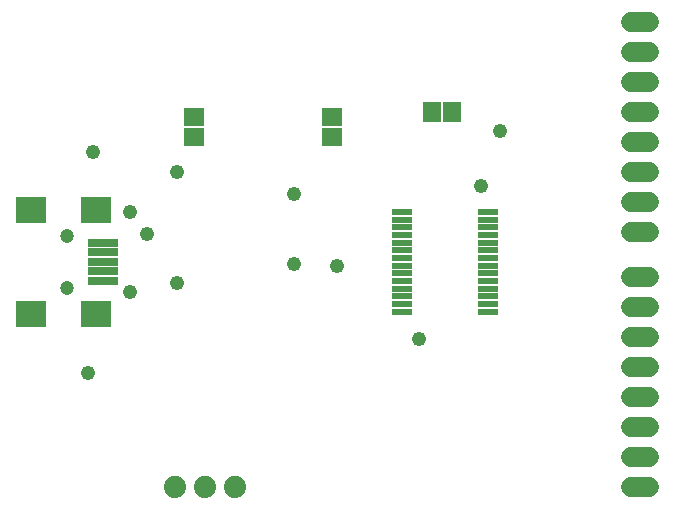
<source format=gts>
G75*
%MOIN*%
%OFA0B0*%
%FSLAX25Y25*%
%IPPOS*%
%LPD*%
%AMOC8*
5,1,8,0,0,1.08239X$1,22.5*
%
%ADD10R,0.05918X0.06706*%
%ADD11R,0.06706X0.05918*%
%ADD12R,0.10249X0.08674*%
%ADD13R,0.09887X0.02769*%
%ADD14C,0.04737*%
%ADD15R,0.06706X0.02375*%
%ADD16C,0.07400*%
%ADD17C,0.06800*%
%ADD18C,0.04762*%
D10*
X0165454Y0171220D03*
X0172146Y0171220D03*
D11*
X0132300Y0169666D03*
X0132300Y0162974D03*
X0086200Y0162874D03*
X0086200Y0169566D03*
D12*
X0053680Y0138743D03*
X0032026Y0138743D03*
X0032026Y0104097D03*
X0053680Y0104097D03*
D13*
X0055900Y0115121D03*
X0055900Y0118270D03*
X0055900Y0121420D03*
X0055900Y0124570D03*
X0055900Y0127719D03*
D14*
X0043837Y0130081D03*
X0043837Y0112759D03*
D15*
X0155628Y0112463D03*
X0155628Y0109904D03*
X0155628Y0107345D03*
X0155628Y0104786D03*
X0155628Y0115022D03*
X0155628Y0117581D03*
X0155628Y0120140D03*
X0155628Y0122700D03*
X0155628Y0125259D03*
X0155628Y0127818D03*
X0155628Y0130377D03*
X0155628Y0132936D03*
X0155628Y0135495D03*
X0155628Y0138054D03*
X0184172Y0138054D03*
X0184172Y0135495D03*
X0184172Y0132936D03*
X0184172Y0130377D03*
X0184172Y0127818D03*
X0184172Y0125259D03*
X0184172Y0122700D03*
X0184172Y0120140D03*
X0184172Y0117581D03*
X0184172Y0115022D03*
X0184172Y0112463D03*
X0184172Y0109904D03*
X0184172Y0107345D03*
X0184172Y0104786D03*
D16*
X0079900Y0046420D03*
X0089900Y0046420D03*
X0099900Y0046420D03*
D17*
X0231900Y0046420D02*
X0237900Y0046420D01*
X0237900Y0056420D02*
X0231900Y0056420D01*
X0231900Y0066420D02*
X0237900Y0066420D01*
X0237900Y0076420D02*
X0231900Y0076420D01*
X0231900Y0086420D02*
X0237900Y0086420D01*
X0237900Y0096420D02*
X0231900Y0096420D01*
X0231900Y0106420D02*
X0237900Y0106420D01*
X0237900Y0116420D02*
X0231900Y0116420D01*
X0231900Y0131420D02*
X0237900Y0131420D01*
X0237900Y0141420D02*
X0231900Y0141420D01*
X0231900Y0151420D02*
X0237900Y0151420D01*
X0237900Y0161420D02*
X0231900Y0161420D01*
X0231900Y0171420D02*
X0237900Y0171420D01*
X0237900Y0181420D02*
X0231900Y0181420D01*
X0231900Y0191420D02*
X0237900Y0191420D01*
X0237900Y0201420D02*
X0231900Y0201420D01*
D18*
X0188100Y0164920D03*
X0182000Y0146520D03*
X0134000Y0120120D03*
X0119500Y0120520D03*
X0119400Y0144120D03*
X0080500Y0151420D03*
X0064934Y0138054D03*
X0070500Y0130620D03*
X0080500Y0114220D03*
X0064800Y0111220D03*
X0050860Y0084350D03*
X0052420Y0158090D03*
X0161370Y0095530D03*
M02*

</source>
